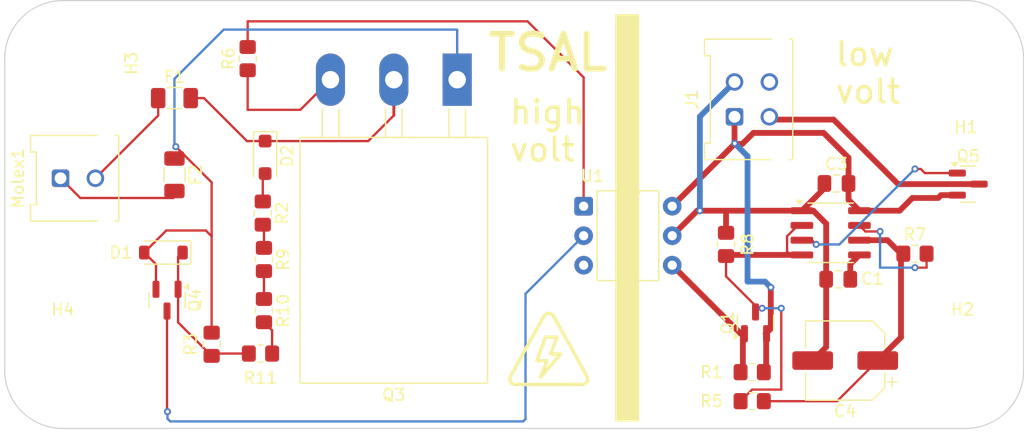
<source format=kicad_pcb>
(kicad_pcb (version 20241229) (generator "pcbnew") (generator_version "9.0")
  (layers (0 "F.Cu" signal) (2 "B.Cu" signal) (13 "F.Paste" user) (15 "B.Paste" user) (5 "F.SilkS" user "F.Silkscreen") (7 "B.SilkS" user "B.Silkscreen") (1 "F.Mask" user) (3 "B.Mask" user) (25 "Edge.Cuts" user))
  (net 0 "")
  (net 1 "Net-(D1-K)")
  (net 2 "/HV-")
  (net 3 "GLV+")
  (net 4 "Net-(Q1-D)")
  (net 5 "Net-(Q1-G)")
  (net 6 "Net-(Q3-S)")
  (net 7 "Net-(Q4-D)")
  (net 8 "Net-(R6-Pad2)")
  (net 10 "Net-(D2-A)")
  (net 11 "/HV+")
  (net 12 "Net-(U2-CV)")
  (net 13 "Light+")
  (net 14 "GND")
  (net 15 "Net-(Q5-G)")
  (net 16 "Net-(U2-THR)")
  (net 18 "Net-(R10-Pad2)")
  (net 19 "Net-(R10-Pad1)")
  (net 20 "Net-(R2-Pad2)")
  (net 21 "Net-(D2-K)")
  (net 22 "Net-(Molex1-Pin_1)")
  (net 23 "Net-(U2-DIS)")
  (footprint "MountingHole:MountingHole_4.3mm_M4" (layer "F.Cu") (at 114.2 85.1)
    (property "Reference" "H3" (at 5.9 0.3 90) (layer "F.SilkS"))
    (property "Value" "MountingHole")
    (pad "" np_thru_hole circle (at 0 0) (size 4.3 4.3) (drill 4.3) (layers "*.Cu" "*.Mask"))
  )
  (footprint "Resistor_SMD:R_0805_2012Metric_Pad1.20x1.40mm_HandSolder" (layer "F.Cu") (at 131.5 102.3 -90)
    (property "Reference" "R9" (at 0 -1.65 90) (layer "F.SilkS"))
    (property "Value" "240k")
    (fp_line (start -0.227064 0.735) (end 0.227064 0.735) (stroke (width 0.12)) (layer "F.SilkS"))
    (fp_line (start -0.227064 -0.735) (end 0.227064 -0.735) (stroke (width 0.12)) (layer "F.SilkS"))
    (pad "1" smd roundrect (at -1 0 270) (size 1.2 1.4) (layers "F.Cu" "F.Mask" "F.Paste") (roundrect_rratio 0.208333) (net 20 "Net-(R2-Pad2)"))
    (pad "2" smd roundrect (at 1 0 270) (size 1.2 1.4) (layers "F.Cu" "F.Mask" "F.Paste") (roundrect_rratio 0.208333) (net 19 "Net-(R10-Pad1)"))
  )
  (footprint "Resistor_SMD:R_0805_2012Metric_Pad1.20x1.40mm_HandSolder" (layer "F.Cu") (at 127 109.6 90)
    (property "Reference" "R3" (at 0 -1.8 90) (layer "F.SilkS"))
    (property "Value" "2M")
    (fp_line (start -0.227064 -0.735) (end 0.227064 -0.735) (stroke (width 0.12)) (layer "F.SilkS"))
    (fp_line (start -0.227064 0.735) (end 0.227064 0.735) (stroke (width 0.12)) (layer "F.SilkS"))
    (pad "1" smd roundrect (at -1 0 90) (size 1.2 1.4) (layers "F.Cu" "F.Mask" "F.Paste") (roundrect_rratio 0.208333) (net 1 "Net-(D1-K)"))
    (pad "2" smd roundrect (at 1 0 90) (size 1.2 1.4) (layers "F.Cu" "F.Mask" "F.Paste") (roundrect_rratio 0.208333) (net 2 "/HV-"))
  )
  (footprint "Capacitor_SMD:CP_Elec_6.3x5.4" (layer "F.Cu") (at 181.5 111 180)
    (property "Reference" "C4" (at 0 -4.35 0) (layer "F.SilkS"))
    (property "Value" "100uF")
    (fp_line (start 3.41 3.41) (end 3.41 1.06) (stroke (width 0.12)) (layer "F.SilkS"))
    (fp_line (start 3.41 -3.41) (end 3.41 -1.06) (stroke (width 0.12)) (layer "F.SilkS"))
    (fp_line (start -2.345563 3.41) (end 3.41 3.41) (stroke (width 0.12)) (layer "F.SilkS"))
    (fp_line (start -2.345563 -3.41) (end 3.41 -3.41) (stroke (width 0.12)) (layer "F.SilkS"))
    (fp_line (start -3.41 2.345563) (end -2.345563 3.41) (stroke (width 0.12)) (layer "F.SilkS"))
    (fp_line (start -3.41 2.345563) (end -3.41 1.06) (stroke (width 0.12)) (layer "F.SilkS"))
    (fp_line (start -3.41 -2.345563) (end -2.345563 -3.41) (stroke (width 0.12)) (layer "F.SilkS"))
    (fp_line (start -3.41 -2.345563) (end -3.41 -1.06) (stroke (width 0.12)) (layer "F.SilkS"))
    (fp_line (start -4.04375 -2.24125) (end -4.04375 -1.45375) (stroke (width 0.12)) (layer "F.SilkS"))
    (fp_line (start -4.4375 -1.8475) (end -3.65 -1.8475) (stroke (width 0.12)) (layer "F.SilkS"))
    (pad "1" smd roundrect (at -2.8 0 180) (size 3.5 1.6) (layers "F.Cu" "F.Mask" "F.Paste") (roundrect_rratio 0.15625) (net 16 "Net-(U2-THR)"))
    (pad "2" smd roundrect (at 2.8 0 180) (size 3.5 1.6) (layers "F.Cu" "F.Mask" "F.Paste") (roundrect_rratio 0.15625) (net 14 "GND"))
  )
  (footprint "Connector_Molex:Molex_Micro-Fit_3.0_43045-0212_2x01_P3.00mm_Vertical" (layer "F.Cu") (at 114 95.3 90)
    (property "Reference" "Molex1" (at 0 -3.67 90) (layer "F.SilkS"))
    (property "Value" "043045-0212")
    (fp_line (start 3.685 -2.58) (end 3.685 3.17) (stroke (width 0.12)) (layer "F.SilkS"))
    (fp_line (start 2.265 -2.58) (end 3.685 -2.58) (stroke (width 0.12)) (layer "F.SilkS"))
    (fp_line (start -2.265 -2.58) (end -2.265 -2.08) (stroke (width 0.12)) (layer "F.SilkS"))
    (fp_line (start -3.685 -2.58) (end -2.265 -2.58) (stroke (width 0.12)) (layer "F.SilkS"))
    (fp_line (start 2.265 -2.08) (end 2.265 -2.58) (stroke (width 0.12)) (layer "F.SilkS"))
    (fp_line (start -2.265 -2.08) (end 2.265 -2.08) (stroke (width 0.12)) (layer "F.SilkS"))
    (fp_line (start -3.685 3.17) (end -3.685 -2.58) (stroke (width 0.12)) (layer "F.SilkS"))
    (fp_line (start -3.685 4.71) (end -3.685 5.01) (stroke (width 0.12)) (layer "F.SilkS"))
    (fp_line (start 3.685 5.01) (end 3.685 4.71) (stroke (width 0.12)) (layer "F.SilkS"))
    (fp_line (start -3.685 5.01) (end 3.685 5.01) (stroke (width 0.12)) (layer "F.SilkS"))
    (pad "" np_thru_hole circle (at -3 3.94 90) (size 1.02 1.02) (drill 1.02) (layers "*.Cu" "*.Mask"))
    (pad "" np_thru_hole circle (at 3 3.94 90) (size 1.02 1.02) (drill 1.02) (layers "*.Cu" "*.Mask"))
    (pad "1" thru_hole roundrect (at 0 0 90) (size 1.5 1.5) (drill 1.02) (layers "*.Cu" "*.Mask") (roundrect_rratio 0.166667) (net 22 "Net-(Molex1-Pin_1)"))
    (pad "2" thru_hole circle (at 0 3 90) (size 1.5 1.5) (drill 1.02) (layers "*.Cu" "*.Mask") (net 11 "/HV+"))
  )
  (footprint "Fuse:Fuse_1206_3216Metric" (layer "F.Cu") (at 123.8 95 -90)
    (property "Reference" "F2" (at 0 -1.83 270) (layer "F.SilkS"))
    (property "Value" "750mA")
    (fp_line (start -0.602064 0.91) (end 0.602064 0.91) (stroke (width 0.12)) (layer "F.SilkS"))
    (fp_line (start -0.602064 -0.91) (end 0.602064 -0.91) (stroke (width 0.12)) (layer "F.SilkS"))
    (pad "1" smd roundrect (at -1.4 0 270) (size 1.25 1.75) (layers "F.Cu" "F.Mask" "F.Paste") (roundrect_rratio 0.2) (net 2 "/HV-"))
    (pad "2" smd roundrect (at 1.4 0 270) (size 1.25 1.75) (layers "F.Cu" "F.Mask" "F.Paste") (roundrect_rratio 0.2) (net 22 "Net-(Molex1-Pin_1)"))
  )
  (footprint "Capacitor_SMD:C_0805_2012Metric_Pad1.18x1.45mm_HandSolder" (layer "F.Cu") (at 180.75 95.75)
    (property "Reference" "C3" (at 0 -1.68 0) (layer "F.SilkS"))
    (property "Value" "1uF")
    (fp_line (start -0.261252 -0.735) (end 0.261252 -0.735) (stroke (width 0.12)) (layer "F.SilkS"))
    (fp_line (start -0.261252 0.735) (end 0.261252 0.735) (stroke (width 0.12)) (layer "F.SilkS"))
    (pad "1" smd roundrect (at -1.0375 0) (size 1.175 1.45) (layers "F.Cu" "F.Mask" "F.Paste") (roundrect_rratio 0.212766) (net 14 "GND"))
    (pad "2" smd roundrect (at 1.0375 0) (size 1.175 1.45) (layers "F.Cu" "F.Mask" "F.Paste") (roundrect_rratio 0.212766) (net 3 "GLV+"))
  )
  (footprint "Resistor_SMD:R_0805_2012Metric_Pad1.20x1.40mm_HandSolder" (layer "F.Cu") (at 173.5 112 180)
    (property "Reference" "R1" (at 3.5 0 0) (layer "F.SilkS"))
    (property "Value" "2k")
    (fp_line (start -0.227064 0.735) (end 0.227064 0.735) (stroke (width 0.12)) (layer "F.SilkS"))
    (fp_line (start -0.227064 -0.735) (end 0.227064 -0.735) (stroke (width 0.12)) (layer "F.SilkS"))
    (pad "1" smd roundrect (at -1 0 180) (size 1.2 1.4) (layers "F.Cu" "F.Mask" "F.Paste") (roundrect_rratio 0.208333) (net 3 "GLV+"))
    (pad "2" smd roundrect (at 1 0 180) (size 1.2 1.4) (layers "F.Cu" "F.Mask" "F.Paste") (roundrect_rratio 0.208333) (net 5 "Net-(Q1-G)"))
  )
  (footprint "Resistor_SMD:R_0805_2012Metric_Pad1.20x1.40mm_HandSolder" (layer "F.Cu") (at 131.4 98.3 -90)
    (property "Reference" "R2" (at 0 -1.65 90) (layer "F.SilkS"))
    (property "Value" "240k")
    (fp_line (start -0.227064 0.735) (end 0.227064 0.735) (stroke (width 0.12)) (layer "F.SilkS"))
    (fp_line (start -0.227064 -0.735) (end 0.227064 -0.735) (stroke (width 0.12)) (layer "F.SilkS"))
    (pad "1" smd roundrect (at -1 0 270) (size 1.2 1.4) (layers "F.Cu" "F.Mask" "F.Paste") (roundrect_rratio 0.208333) (net 10 "Net-(D2-A)"))
    (pad "2" smd roundrect (at 1 0 270) (size 1.2 1.4) (layers "F.Cu" "F.Mask" "F.Paste") (roundrect_rratio 0.208333) (net 20 "Net-(R2-Pad2)"))
  )
  (footprint "MountingHole:MountingHole_4.3mm_M4" (layer "F.Cu") (at 114.2 111.9)
    (property "Reference" "H4" (at 0 -5.3 0) (layer "F.SilkS"))
    (property "Value" "MountingHole")
    (pad "" np_thru_hole circle (at 0 0) (size 4.3 4.3) (drill 4.3) (layers "*.Cu" "*.Mask"))
  )
  (footprint "Capacitor_SMD:C_0805_2012Metric_Pad1.18x1.45mm_HandSolder" (layer "F.Cu") (at 180.9 104)
    (property "Reference" "C1" (at 2.95 -0.05 0) (layer "F.SilkS"))
    (property "Value" "0.1uF")
    (fp_line (start -0.261252 -0.735) (end 0.261252 -0.735) (stroke (width 0.12)) (layer "F.SilkS"))
    (fp_line (start -0.261252 0.735) (end 0.261252 0.735) (stroke (width 0.12)) (layer "F.SilkS"))
    (pad "1" smd roundrect (at -1.0375 0) (size 1.175 1.45) (layers "F.Cu" "F.Mask" "F.Paste") (roundrect_rratio 0.212766) (net 14 "GND"))
    (pad "2" smd roundrect (at 1.0375 0) (size 1.175 1.45) (layers "F.Cu" "F.Mask" "F.Paste") (roundrect_rratio 0.212766) (net 12 "Net-(U2-CV)"))
  )
  (footprint "Diode_SMD:D_SOD-123" (layer "F.Cu") (at 122.85 101.7 180)
    (property "Reference" "D1" (at 3.65 0 0) (layer "F.SilkS"))
    (property "Value" "BZT52C12")
    (fp_line (start -2.36 1) (end 1.65 1) (stroke (width 0.12)) (layer "F.SilkS"))
    (fp_line (start -2.36 -1) (end 1.65 -1) (stroke (width 0.12)) (layer "F.SilkS"))
    (fp_line (start -2.36 -1) (end -2.36 1) (stroke (width 0.12)) (layer "F.SilkS"))
    (pad "1" smd roundrect (at -1.65 0 180) (size 0.9 1.2) (layers "F.Cu" "F.Mask" "F.Paste") (net 1 "Net-(D1-K)"))
    (pad "2" smd roundrect (at 1.65 0 180) (size 0.9 1.2) (layers "F.Cu" "F.Mask" "F.Paste") (net 2 "/HV-"))
  )
  (footprint "Resistor_SMD:R_0805_2012Metric_Pad1.20x1.40mm_HandSolder" (layer "F.Cu") (at 131.2 110.4 180)
    (property "Reference" "R11" (at 0 -2.1 0) (layer "F.SilkS"))
    (property "Value" "240k")
    (fp_line (start -0.227064 0.735) (end 0.227064 0.735) (stroke (width 0.12)) (layer "F.SilkS"))
    (fp_line (start -0.227064 -0.735) (end 0.227064 -0.735) (stroke (width 0.12)) (layer "F.SilkS"))
    (pad "1" smd roundrect (at -1 0 180) (size 1.2 1.4) (layers "F.Cu" "F.Mask" "F.Paste") (roundrect_rratio 0.208333) (net 18 "Net-(R10-Pad2)"))
    (pad "2" smd roundrect (at 1 0 180) (size 1.2 1.4) (layers "F.Cu" "F.Mask" "F.Paste") (roundrect_rratio 0.208333) (net 1 "Net-(D1-K)"))
  )
  (footprint "Package_TO_SOT_SMD:SOT-23" (layer "F.Cu") (at 173.785001 107.7523 90)
    (property "Reference" "Q1" (at 0 -2.4 90) (layer "F.SilkS"))
    (property "Value" "DMP2035U-7")
    (fp_line (start 0 -1.56) (end 0.65 -1.56) (stroke (width 0.12)) (layer "F.SilkS"))
    (fp_line (start 0 -1.56) (end -0.65 -1.56) (stroke (width 0.12)) (layer "F.SilkS"))
    (fp_line (start 0 1.56) (end 0.65 1.56) (stroke (width 0.12)) (layer "F.SilkS"))
    (fp_line (start 0 1.56) (end -0.65 1.56) (stroke (width 0.12)) (layer "F.SilkS"))
    (fp_poly (pts (xy -1.1625 -1.51) (xy -1.4025 -1.84) (xy -0.9225 -1.84)) (stroke (width 0.12)) (fill yes) (layer "F.SilkS"))
    (pad "1" smd roundrect (at -0.9375 -0.95 90) (size 1.475 0.6) (layers "F.Cu" "F.Mask" "F.Paste") (net 5 "Net-(Q1-G)"))
    (pad "2" smd roundrect (at -0.9375 0.95 90) (size 1.475 0.6) (layers "F.Cu" "F.Mask" "F.Paste") (net 3 "GLV+"))
    (pad "3" smd roundrect (at 0.9375 0 90) (size 1.475 0.6) (layers "F.Cu" "F.Mask" "F.Paste") (net 4 "Net-(Q1-D)"))
  )
  (footprint "LOGO" (layer "F.Cu") (at 156 110)
    (property "Reference" "G***" (hide yes))
    (property "Value" "LOGO" (hide yes))
    (fp_poly (pts (xy 0.221786 -1.162324) (xy 0.361921 -1.162169) (xy 0.477264 -1.161801) (xy 0.57038 -1.161116) (xy 0.643831 -1.160011) (xy 0.700182 -1.158383) (xy 0.741998 -1.156128) (xy 0.77184 -1.153143) (xy 0.792275 -1.149325) (xy 0.805865 -1.14457) (xy 0.815175 -1.138774) (xy 0.815658 -1.138387) (xy 0.855584 -1.0918) (xy 0.874507 -1.037338) (xy 0.875391 -1.023182) (xy 0.870423 -1.004497) (xy 0.856172 -0.96302) (xy 0.833617 -0.901319) (xy 0.803734 -0.821963) (xy 0.767503 -0.727517) (xy 0.725901 -0.62055) (xy 0.679906 -0.503629) (xy 0.630496 -0.379322) (xy 0.622348 -0.358941) (xy 0.572672 -0.234664) (xy 0.526224 -0.118232) (xy 0.483973 -0.012083) (xy 0.446885 0.081341) (xy 0.415925 0.159603) (xy 0.392062 0.220261) (xy 0.376262 0.260876) (xy 0.369491 0.279007) (xy 0.369305 0.279712) (xy 0.382386 0.28153) (xy 0.419235 0.28345) (xy 0.476269 0.285369) (xy 0.549903 0.287183) (xy 0.636549 0.288789) (xy 0.726076 0.290009) (xy 1.082846 0.294077) (xy 1.122737 0.338746) (xy 1.154242 0.391741) (xy 1.162827 0.449942) (xy 1.147804 0.505736) (xy 1.139101 0.520139) (xy 1.123025 0.540815) (xy 1.090963 0.579875) (xy 1.0444 0.635596) (xy 0.98482 0.706255) (xy 0.913708 0.790129) (xy 0.832548 0.885493) (xy 0.742824 0.990624) (xy 0.64602 1.103799) (xy 0.543621 1.223294) (xy 0.437112 1.347386) (xy 0.327975 1.474351) (xy 0.217697 1.602465) (xy 0.107761 1.730006) (xy -0.000349 1.855248) (xy -0.105147 1.97647) (xy -0.205151 2.091947) (xy -0.298875 2.199957) (xy -0.384835 2.298774) (xy -0.461547 2.386677) (xy -0.527527 2.46194) (xy -0.58129 2.522842) (xy -0.621351 2.567658) (xy -0.646227 2.594664) (xy -0.653975 2.602163) (xy -0.710243 2.624997) (xy -0.7656 2.620691) (xy -0.818436 2.589453) (xy -0.828885 2.579666) (xy -0.863211 2.536459) (xy -0.875271 2.495612) (xy -0.87539 2.490825) (xy -0.870402 2.46993) (xy -0.8561 2.426349) (xy -0.83348 2.362733) (xy -0.803537 2.281738) (xy -0.767264 2.186015) (xy -0.725657 2.078217) (xy -0.679711 1.960998) (xy -0.630421 1.83701) (xy -0.627412 1.829495) (xy -0.577938 1.705855) (xy -0.531483 1.589475) (xy -0.489059 1.482915) (xy -0.451682 1.388736) (xy -0.420364 1.309497) (xy -0.396121 1.24776) (xy -0.379966 1.206085) (xy -0.372913 1.187031) (xy -0.372774 1.186565) (xy -0.372308 1.179328) (xy -0.377424 1.173712) (xy -0.391118 1.169513) (xy -0.416389 1.166528) (xy -0.456233 1.164551) (xy -0.513647 1.163379) (xy -0.591629 1.162808) (xy -0.693175 1.162634) (xy -0.724389 1.162628) (xy -1.082664 1.162628) (xy -1.122646 1.122646) (xy -1.152066 1.084189) (xy -1.162322 1.041274) (xy -1.162628 1.029456) (xy -1.157846 1.004736) (xy -1.14357 0.954707) (xy -1.119903 0.879677) (xy -1.112837 0.858293) (xy -0.804044 0.858293) (xy -0.800277 0.863665) (xy -0.783205 0.86786) (xy -0.75036 0.870998) (xy -0.699278 0.873198) (xy -0.627492 0.87458) (xy -0.532537 0.875264) (xy -0.451469 0.875391) (xy -0.09301 0.875391) (xy -0.046505 0.921896) (xy -0.01225 0.964961) (xy -0.000137 1.005704) (xy 0 1.010878) (xy -0.004982 1.034952) (xy -0.018995 1.080364) (xy -0.040641 1.143162) (xy -0.068519 1.219394) (xy -0.101232 1.305109) (xy -0.129876 1.377687) (xy -0.164509 1.46551) (xy -0.193501 1.541685) (xy -0.21587 1.603418) (xy -0.230635 1.647914) (xy -0.236813 1.672379) (xy -0.234355 1.675107) (xy -0.220686 1.659674) (xy -0.191036 1.625529) (xy -0.147197 1.574757) (xy -0.09096 1.509441) (xy -0.024117 1.431665) (xy 0.051539 1.343514) (xy 0.134217 1.247071) (xy 0.222123 1.144419) (xy 0.244584 1.118175) (xy 0.698126 0.588153) (xy 0.409935 0.588153) (xy 0.307652 0.58776) (xy 0.229145 0.586433) (xy 0.170846 0.583949) (xy 0.129183 0.580086) (xy 0.100587 0.57462) (xy 0.082219 0.567714) (xy 0.032316 0.52934) (xy 0.004679 0.479231) (xy 0 0.445576) (xy 0.004973 0.42509) (xy 0.019238 0.381862) (xy 0.041816 0.3185) (xy 0.071727 0.237617) (xy 0.107992 0.141823) (xy 0.149631 0.033729) (xy 0.195664 -0.084054) (xy 0.245112 -0.208916) (xy 0.253043 -0.228796) (xy 0.302681 -0.353219) (xy 0.349097 -0.469807) (xy 0.391324 -0.576118) (xy 0.428399 -0.669714) (xy 0.459357 -0.748156) (xy 0.483234 -0.809003) (xy 0.499066 -0.849815) (xy 0.505887 -0.868153) (xy 0.506085 -0.868907) (xy 0.493014 -0.870668) (xy 0.456225 -0.872247) (xy 0.399357 -0.873577) (xy 0.326048 -0.874588) (xy 0.239937 -0.875213) (xy 0.159597 -0.87539) (xy -0.18689 -0.87539) (xy -0.492525 -0.017097) (xy -0.544759 0.129596) (xy -0.594349 0.268882) (xy -0.640525 0.398591) (xy -0.682512 0.516554) (xy -0.71954 0.620599) (xy -0.750835 0.708556) (xy -0.775625 0.778256) (xy -0.793139 0.827529) (xy -0.802603 0.854203) (xy -0.804044 0.858293) (xy -1.112837 0.858293) (xy -1.086951 0.779954) (xy -1.044818 0.655847) (xy -0.993607 0.507663) (xy -0.933423 0.33571) (xy -0.864371 0.140296) (xy -0.806858 -0.02138) (xy -0.749975 -0.180742) (xy -0.69533 -0.333547) (xy -0.64368 -0.477696) (xy -0.595781 -0.611095) (xy -0.552389 -0.731646) (xy -0.51426 -0.837251) (xy -0.48215 -0.925815) (xy -0.456814 -0.995241) (xy -0.43901 -1.043431) (xy -0.429492 -1.068289) (xy -0.428772 -1.070001) (xy -0.419133 -1.092004) (xy -0.409564 -1.110218) (xy -0.397552 -1.124997) (xy -0.380585 -1.1367) (xy -0.356152 -1.145681) (xy -0.32174 -1.152299) (xy -0.274837 -1.156908) (xy -0.212931 -1.159866) (xy -0.133509 -1.16153) (xy -0.034061 -1.162255) (xy 0.087927 -1.162399)) (fill yes) (layer "F.SilkS"))
    (fp_poly (pts (xy 0.091361 -3.205002) (xy 0.098082 -3.204001) (xy 0.210467 -3.175667) (xy 0.317147 -3.128156) (xy 0.410502 -3.065375) (xy 0.460374 -3.018287) (xy 0.471136 -3.004415) (xy 0.487371 -2.980218) (xy 0.509513 -2.944927) (xy 0.537993 -2.897773) (xy 0.573245 -2.837986) (xy 0.6157 -2.764798) (xy 0.665792 -2.677438) (xy 0.723953 -2.575139) (xy 0.790616 -2.45713) (xy 0.866213 -2.322643) (xy 0.951177 -2.170908) (xy 1.04594 -2.001156) (xy 1.150936 -1.812618) (xy 1.266596 -1.604525) (xy 1.393354 -1.376108) (xy 1.531642 -1.126597) (xy 1.681892 -0.855223) (xy 1.844537 -0.561217) (xy 1.976468 -0.32259) (xy 2.114557 -0.07268) (xy 2.249364 0.171461) (xy 2.380273 0.408708) (xy 2.506664 0.637935) (xy 2.627922 0.858018) (xy 2.743427 1.067832) (xy 2.852564 1.266253) (xy 2.954715 1.452154) (xy 3.049262 1.624411) (xy 3.135588 1.781899) (xy 3.213075 1.923494) (xy 3.281107 2.048069) (xy 3.339065 2.154501) (xy 3.386333 2.241664) (xy 3.422292 2.308434) (xy 3.446326 2.353684) (xy 3.457817 2.376291) (xy 3.458408 2.37763) (xy 3.49094 2.490327) (xy 3.499214 2.608388) (xy 3.484391 2.727065) (xy 3.44763 2.841606) (xy 3.390092 2.947264) (xy 3.312937 3.039288) (xy 3.292123 3.058389) (xy 3.21222 3.114957) (xy 3.117229 3.161868) (xy 3.019093 3.193667) (xy 2.979146 3.201302) (xy 2.956856 3.202547) (xy 2.908768 3.203715) (xy 2.836433 3.204807) (xy 2.741405 3.205824) (xy 2.625236 3.206764) (xy 2.48948 3.20763) (xy 2.335688 3.208419) (xy 2.165414 3.209134) (xy 1.98021 3.209774) (xy 1.781629 3.210339) (xy 1.571224 3.21083) (xy 1.350547 3.211246) (xy 1.121151 3.211589) (xy 0.88459 3.211857) (xy 0.642415 3.212052) (xy 0.396179 3.212174) (xy 0.147436 3.212222) (xy -0.102263 3.212197) (xy -0.351364 3.2121) (xy -0.598314 3.211929) (xy -0.841562 3.211687) (xy -1.079553 3.211372) (xy -1.310737 3.210985) (xy -1.533559 3.210526) (xy -1.746467 3.209996) (xy -1.947908 3.209395) (xy -2.13633 3.208722) (xy -2.310179 3.207978) (xy -2.467904 3.207164) (xy -2.607951 3.206279) (xy -2.728768 3.205324) (xy -2.828801 3.204298) (xy -2.906499 3.203203) (xy -2.960308 3.202038) (xy -2.988676 3.200804) (xy -2.991465 3.200506) (xy -3.068497 3.181009) (xy -3.152727 3.146387) (xy -3.23308 3.101874) (xy -3.292122 3.058389) (xy -3.373711 2.970251) (xy -3.435955 2.867365) (xy -3.477694 2.754481) (xy -3.497767 2.636348) (xy -3.49754 2.626561) (xy -3.198409 2.626561) (xy -3.184856 2.702027) (xy -3.173633 2.732233) (xy -3.124866 2.808288) (xy -3.055548 2.866441) (xy -3.015993 2.887606) (xy -3.009043 2.890464) (xy -3.000368 2.893097) (xy -2.988875 2.895515) (xy -2.973474 2.897728) (xy -2.95307 2.899745) (xy -2.926572 2.901575) (xy -2.892886 2.903228) (xy -2.850921 2.904711) (xy -2.799584 2.906036) (xy -2.737781 2.907211) (xy -2.664422 2.908244) (xy -2.578412 2.909147) (xy -2.47866 2.909927) (xy -2.364072 2.910595) (xy -2.233557 2.911158) (xy -2.086022 2.911627) (xy -1.920374 2.912011) (xy -1.735521 2.912319) (xy -1.53037 2.912561) (xy -1.303829 2.912745) (xy -1.054804 2.912881) (xy -0.782204 2.912977) (xy -0.484936 2.913045) (xy -0.161907 2.913091) (xy -0.00431 2.913108) (xy 0.37363 2.913092) (xy 0.724555 2.912962) (xy 1.048805 2.912716) (xy 1.346721 2.912353) (xy 1.618643 2.911872) (xy 1.864913 2.911271) (xy 2.08587 2.910548) (xy 2.281855 2.909701) (xy 2.453209 2.908729) (xy 2.600271 2.907631) (xy 2.723384 2.906405) (xy 2.822886 2.905048) (xy 2.89912 2.903561) (xy 2.952425 2.90194) (xy 2.983141 2.900185) (xy 2.991167 2.898966) (xy 3.069409 2.856322) (xy 3.131599 2.795787) (xy 3.175559 2.722202) (xy 3.199111 2.640409) (xy 3.200075 2.555249) (xy 3.179818 2.479697) (xy 3.17129 2.463104) (xy 3.150133 2.423688) (xy 3.116962 2.362562) (xy 3.072388 2.280841) (xy 3.017024 2.17964) (xy 2.951483 2.060072) (xy 2.876379 1.923252) (xy 2.792324 1.770294) (xy 2.699932 1.602313) (xy 2.599814 1.420423) (xy 2.492584 1.225737) (xy 2.378854 1.019371) (xy 2.259239 0.802439) (xy 2.13435 0.576054) (xy 2.0048 0.341331) (xy 1.871203 0.099385) (xy 1.734171 -0.14867) (xy 1.720113 -0.174111) (xy 1.54566 -0.489648) (xy 1.380996 -0.787124) (xy 1.226355 -1.066122) (xy 1.081969 -1.326228) (xy 0.948072 -1.567025) (xy 0.824896 -1.788099) (xy 0.712674 -1.989033) (xy 0.611639 -2.169412) (xy 0.522024 -2.328821) (xy 0.444062 -2.466843) (xy 0.377985 -2.583064) (xy 0.324027 -2.677068) (xy 0.28242 -2.74844) (xy 0.253397 -2.796763) (xy 0.237192 -2.821623) (xy 0.234857 -2.82445) (xy 0.167929 -2.873115) (xy 0.08806 -2.90247) (xy 0.001665 -2.912512) (xy -0.084843 -2.903239) (xy -0.165049 -2.874649) (xy -0.232541 -2.82674) (xy -0.23471 -2.824597) (xy -0.246952 -2.806948) (xy -0.272071 -2.765737) (xy -0.309818 -2.701406) (xy -0.359949 -2.614396) (xy -0.422214 -2.505147) (xy -0.496367 -2.3741) (xy -0.582161 -2.221697) (xy -0.679349 -2.048379) (xy -0.787683 -1.854586) (xy -0.906916 -1.64076) (xy -1.036802 -1.407341) (xy -1.177093 -1.15477) (xy -1.327542 -0.883489) (xy -1.487902 -0.593939) (xy -1.657925 -0.286559) (xy -1.719874 -0.174478) (xy -1.857228 0.074132) (xy -1.99121 0.316748) (xy -2.121206 0.552255) (xy -2.246604 0.779539) (xy -2.366792 0.997485) (xy -2.481155 1.204979) (xy -2.589082 1.400907) (xy -2.689958 1.584154) (xy -2.783172 1.753606) (xy -2.868109 1.908148) (xy -2.944158 2.046666) (xy -3.010705 2.168046) (xy -3.067136 2.271173) (xy -3.11284 2.354933) (xy -3.147203 2.418212) (xy -3.169612 2.459894) (xy -3.179454 2.478866) (xy -3.179725 2.479477) (xy -3.196801 2.548164) (xy -3.198409 2.626561) (xy -3.49754 2.626561) (xy -3.495015 2.517716) (xy -3.468278 2.403334) (xy -3.458408 2.37763) (xy -3.448799 2.358421) (xy -3.426557 2.316405) (xy -3.392299 2.252705) (xy -3.346644 2.168448) (xy -3.290207 2.064758) (xy -3.223607 1.94276) (xy -3.147461 1.803579) (xy -3.062386 1.64834) (xy -2.969001 1.478168) (xy -2.867921 1.294188) (xy -2.759765 1.097525) (xy -2.64515 0.889303) (xy -2.524694 0.670648) (xy -2.399013 0.442685) (xy -2.268725 0.206539) (xy -2.134448 -0.036666) (xy -1.996799 -0.285804) (xy -1.976467 -0.32259) (xy -1.804129 -0.634279) (xy -1.644515 -0.922753) (xy -1.497191 -1.188781) (xy -1.361726 -1.433131) (xy -1.237685 -1.656574) (xy -1.124638 -1.859877) (xy -1.022151 -2.043811) (xy -0.929792 -2.209145) (xy -0.847128 -2.356647) (xy -0.773727 -2.487087) (xy -0.709155 -2.601235) (xy -0.652981 -2.699858) (xy -0.604772 -2.783728) (xy -0.564094 -2.853612) (xy -0.530517 -2.910279) (xy -0.503606 -2.9545) (xy -0.482929 -2.987044) (xy -0.468054 -3.008678) (xy -0.460374 -3.018287) (xy -0.373057 -3.09463) (xy -0.268865 -3.153255) (xy -0.153158 -3.192381) (xy -0.031296 -3.210224)) (fill yes) (layer "F.SilkS"))
  )
  (footprint "MountingHole:MountingHole_4.3mm_M4" (layer "F.Cu") (at 191.6 111.9)
    (property "Reference" "H2" (at 0 -5.3 0) (layer "F.SilkS"))
    (property "Value" "MountingHole")
    (pad "" np_thru_hole circle (at 0 0) (size 4.3 4.3) (drill 4.3) (layers "*.Cu" "*.Mask"))
  )
  (footprint "Resistor_SMD:R_0805_2012Metric_Pad1.20x1.40mm_HandSolder" (layer "F.Cu") (at 171.25 101 -90)
    (property "Reference" "R8" (at 0 -1.85 90) (layer "F.SilkS"))
    (property "Value" "1k")
    (fp_line (start -0.227064 0.735) (end 0.227064 0.735) (stroke (width 0.12)) (layer "F.SilkS"))
    (fp_line (start -0.227064 -0.735) (end 0.227064 -0.735) (stroke (width 0.12)) (layer "F.SilkS"))
    (pad "1" smd roundrect (at -1 0 270) (size 1.2 1.4) (layers "F.Cu" "F.Mask" "F.Paste") (roundrect_rratio 0.208333) (net 14 "GND"))
    (pad "2" smd roundrect (at 1 0 270) (size 1.2 1.4) (layers "F.Cu" "F.Mask" "F.Paste") (roundrect_rratio 0.208333) (net 4 "Net-(Q1-D)"))
  )
  (footprint "Connector_Molex:Molex_Micro-Fit_3.0_43045-0412_2x02_P3.00mm_Vertical" (layer "F.Cu") (at 171.9796 90.0096 90)
    (property "Reference" "J1" (at 1.5 -3.67 90) (layer "F.SilkS"))
    (property "Value" "043045-0412")
    (fp_line (start 6.685 -2.58) (end 6.685 3.17) (stroke (width 0.12)) (layer "F.SilkS"))
    (fp_line (start 5.265 -2.58) (end 6.685 -2.58) (stroke (width 0.12)) (layer "F.SilkS"))
    (fp_line (start -2.265 -2.58) (end -2.265 -2.08) (stroke (width 0.12)) (layer "F.SilkS"))
    (fp_line (start -3.685 -2.58) (end -2.265 -2.58) (stroke (width 0.12)) (layer "F.SilkS"))
    (fp_line (start 5.265 -2.08) (end 5.265 -2.58) (stroke (width 0.12)) (layer "F.SilkS"))
    (fp_line (start -2.265 -2.08) (end 5.265 -2.08) (stroke (width 0.12)) (layer "F.SilkS"))
    (fp_line (start -3.685 3.17) (end -3.685 -2.58) (stroke (width 0.12)) (layer "F.SilkS"))
    (fp_line (start -3.685 4.71) (end -3.685 5.01) (stroke (width 0.12)) (layer "F.SilkS"))
    (fp_line (start 6.685 5.01) (end 6.685 4.71) (stroke (width 0.12)) (layer "F.SilkS"))
    (fp_line (start -3.685 5.01) (end 6.685 5.01) (stroke (width 0.12)) (layer "F.SilkS"))
    (pad "" np_thru_hole circle (at -3 3.94 90) (size 1.02 1.02) (drill 1.02) (layers "*.Cu" "*.Mask"))
    (pad "" np_thru_hole circle (at 6 3.94 90) (size 1.02 1.02) (drill 1.02) (layers "*.Cu" "*.Mask"))
    (pad "1" thru_hole roundrect (at 0 0 90) (size 1.5 1.5) (drill 1.02) (layers "*.Cu" "*.Mask") (roundrect_rratio 0.166667) (net 3 "GLV+"))
    (pad "2" thru_hole circle (at 3 0 90) (size 1.5 1.5) (drill 1.02) (layers "*.Cu" "*.Mask") (net 14 "GND"))
    (pad "3" thru_hole circle (at 0 3 90) (size 1.5 1.5) (drill 1.02) (layers "*.Cu" "*.Mask") (net 13 "Light+"))
    (pad "4" thru_hole circle (at 3 3 90) (size 1.5 1.5) (drill 1.02) (layers "*.Cu" "*.Mask"))
  )
  (footprint "Resistor_SMD:R_0805_2012Metric_Pad1.20x1.40mm_HandSolder" (layer "F.Cu") (at 131.5 106.7 -90)
    (property "Reference" "R10" (at 0 -1.65 90) (layer "F.SilkS"))
    (property "Value" "240k")
    (fp_line (start -0.227064 0.735) (end 0.227064 0.735) (stroke (width 0.12)) (layer "F.SilkS"))
    (fp_line (start -0.227064 -0.735) (end 0.227064 -0.735) (stroke (width 0.12)) (layer "F.SilkS"))
    (pad "1" smd roundrect (at -1 0 270) (size 1.2 1.4) (layers "F.Cu" "F.Mask" "F.Paste") (roundrect_rratio 0.208333) (net 19 "Net-(R10-Pad1)"))
    (pad "2" smd roundrect (at 1 0 270) (size 1.2 1.4) (layers "F.Cu" "F.Mask" "F.Paste") (roundrect_rratio 0.208333) (net 18 "Net-(R10-Pad2)"))
  )
  (footprint "Resistor_SMD:R_0805_2012Metric_Pad1.20x1.40mm_HandSolder" (layer "F.Cu") (at 173.5 114.5)
    (property "Reference" "R5" (at -3.5 0 0) (layer "F.SilkS"))
    (property "Value" "5k")
    (fp_line (start -0.227064 -0.735) (end 0.227064 -0.735) (stroke (width 0.12)) (layer "F.SilkS"))
    (fp_line (start -0.227064 0.735) (end 0.227064 0.735) (stroke (width 0.12)) (layer "F.SilkS"))
    (pad "1" smd roundrect (at -1 0) (size 1.2 1.4) (layers "F.Cu" "F.Mask" "F.Paste") (roundrect_rratio 0.208333) (net 4 "Net-(Q1-D)"))
    (pad "2" smd roundrect (at 1 0) (size 1.2 1.4) (layers "F.Cu" "F.Mask" "F.Paste") (roundrect_rratio 0.208333) (net 16 "Net-(U2-THR)"))
  )
  (footprint "Package_DIP:DIP-6_W7.62mm" (layer "F.Cu") (at 159 97.71)
    (property "Reference" "U1" (at 0.752 -2.6058 0) (layer "F.SilkS"))
    (property "Value" "H11L1M")
    (fp_line (start 1.16 -1.33) (end 1.16 6.41) (stroke (width 0.12)) (layer "F.SilkS"))
    (fp_line (start 1.16 6.41) (end 6.46 6.41) (stroke (width 0.12)) (layer "F.SilkS"))
    (fp_line (start 2.81 -1.33) (end 1.16 -1.33) (stroke (width 0.12)) (layer "F.SilkS"))
    (fp_line (start 6.46 -1.33) (end 4.81 -1.33) (stroke (width 0.12)) (layer "F.SilkS"))
    (fp_line (start 6.46 6.41) (end 6.46 -1.33) (stroke (width 0.12)) (layer "F.SilkS"))
    (fp_arc (start 4.81 -1.33) (mid 3.81 -0.33) (end 2.81 -1.33) (stroke (width 0.12)) (layer "F.SilkS"))
    (pad "1" thru_hole roundrect (at 0 0) (size 1.6 1.6) (drill 0.8) (layers "*.Cu" "*.Mask") (roundrect_rratio 0.15625) (net 8 "Net-(R6-Pad2)"))
    (pad "2" thru_hole circle (at 0 2.54) (size 1.6 1.6) (drill 0.8) (layers "*.Cu" "*.Mask") (net 7 "Net-(Q4-D)"))
    (pad "3" thru_hole circle (at 0 5.08) (size 1.6 1.6) (drill 0.8) (layers "*.Cu" "*.Mask"))
    (pad "4" thru_hole circle (at 7.62 5.08) (size 1.6 1.6) (drill 0.8) (layers "*.Cu" "*.Mask") (net 5 "Net-(Q1-G)"))
    (pad "5" thru_hole circle (at 7.62 2.54) (size 1.6 1.6) (drill 0.8) (layers "*.Cu" "*.Mask") (net 14 "GND"))
    (pad "6" thru_hole circle (at 7.62 0) (size 1.6 1.6) (drill 0.8) (layers "*.Cu" "*.Mask") (net 3 "GLV+"))
  )
  (footprint "Diode_SMD:D_SOD-123F" (layer "F.Cu") (at 131.6 93.5 -90)
    (property "Reference" "D2" (at -0.127 -1.905 270) (layer "F.SilkS"))
    (property "Value" "BZT52C51")
    (fp_line (start -2.21 1) (end 1.65 1) (stroke (width 0.12)) (layer "F.SilkS"))
    (fp_line (start -2.21 -1) (end -2.21 1) (stroke (width 0.12)) (layer "F.SilkS"))
    (fp_line (start -2.21 -1) (end 1.65 -1) (stroke (width 0.12)) (layer "F.SilkS"))
    (pad "1" smd roundrect (at -1.4 0 270) (size 1.1 1.1) (layers "F.Cu" "F.Mask" "F.Paste") (roundrect_rratio 0.2272727273) (net 21 "Net-(D2-K)"))
    (pad "2" smd roundrect (at 1.4 0 270) (size 1.1 1.1) (layers "F.Cu" "F.Mask" "F.Paste") (roundrect_rratio 0.2272727273) (net 10 "Net-(D2-A)"))
  )
  (footprint "Fuse:Fuse_1206_3216Metric" (layer "F.Cu") (at 123.8 88.4)
    (property "Reference" "F1" (at 0 -1.83 0) (layer "F.SilkS"))
    (property "Value" "750mA")
    (fp_line (start -0.602064 -0.91) (end 0.602064 -0.91) (stroke (width 0.12)) (layer "F.SilkS"))
    (fp_line (start -0.602064 0.91) (end 0.602064 0.91) (stroke (width 0.12)) (layer "F.SilkS"))
    (pad "1" smd roundrect (at -1.4 0) (size 1.25 1.75) (layers "F.Cu" "F.Mask" "F.Paste") (roundrect_rratio 0.2) (net 11 "/HV+"))
    (pad "2" smd roundrect (at 1.4 0) (size 1.25 1.75) (layers "F.Cu" "F.Mask" "F.Paste") (roundrect_rratio 0.2) (net 21 "Net-(D2-K)"))
  )
  (footprint "Package_SO:SOIC-8_3.9x4.9mm_P1.27mm" (layer "F.Cu") (at 180.25 100)
    (property "Reference" "U2" (hide yes))
    (property "Value" "NE555D")
    (fp_line (start 0 -2.56) (end -1.95 -2.56) (stroke (width 0.12)) (layer "F.SilkS"))
    (fp_line (start 0 -2.56) (end 1.95 -2.56) (stroke (width 0.12)) (layer "F.SilkS"))
    (fp_line (start 0 2.56) (end -1.95 2.56) (stroke (width 0.12)) (layer "F.SilkS"))
    (fp_line (start 0 2.56) (end 1.95 2.56) (stroke (width 0.12)) (layer "F.SilkS"))
    (fp_poly (pts (xy -2.7 -2.465) (xy -2.94 -2.795) (xy -2.46 -2.795)) (stroke (width 0.12)) (fill yes) (layer "F.SilkS"))
    (pad "1" smd roundrect (at -2.475 -1.905) (size 1.95 0.6) (layers "F.Cu" "F.Mask" "F.Paste") (net 14 "GND"))
    (pad "2" smd roundrect (at -2.475 -0.635) (size 1.95 0.6) (layers "F.Cu" "F.Mask" "F.Paste") (net 4 "Net-(Q1-D)"))
    (pad "3" smd roundrect (at -2.475 0.635) (size 1.95 0.6) (layers "F.Cu" "F.Mask" "F.Paste") (net 15 "Net-(Q5-G)"))
    (pad "4" smd roundrect (at -2.475 1.905) (size 1.95 0.6) (layers "F.Cu" "F.Mask" "F.Paste") (net 4 "Net-(Q1-D)"))
    (pad "5" smd roundrect (at 2.475 1.905) (size 1.95 0.6) (layers "F.Cu" "F.Mask" "F.Paste") (net 12 "Net-(U2-CV)"))
    (pad "6" smd roundrect (at 2.475 0.635) (size 1.95 0.6) (layers "F.Cu" "F.Mask" "F.Paste") (net 16 "Net-(U2-THR)"))
    (pad "7" smd roundrect (at 2.475 -0.635) (size 1.95 0.6) (layers "F.Cu" "F.Mask" "F.Paste") (net 23 "Net-(U2-DIS)"))
    (pad "8" smd roundrect (at 2.475 -1.905) (size 1.95 0.6) (layers "F.Cu" "F.Mask" "F.Paste") (net 3 "GLV+"))
  )
  (footprint "Resistor_SMD:R_0805_2012Metric_Pad1.20x1.40mm_HandSolder" (layer "F.Cu") (at 187.5 101.8)
    (property "Reference" "R7" (at 0 -1.65 0) (layer "F.SilkS"))
    (property "Value" "3k")
    (fp_line (start -0.227064 -0.735) (end 0.227064 -0.735) (stroke (width 0.12)) (layer "F.SilkS"))
    (fp_line (start -0.227064 0.735) (end 0.227064 0.735) (stroke (width 0.12)) (layer "F.SilkS"))
    (pad "1" smd roundrect (at -1 0) (size 1.2 1.4) (layers "F.Cu" "F.Mask" "F.Paste") (roundrect_rratio 0.208333) (net 16 "Net-(U2-THR)"))
    (pad "2" smd roundrect (at 1 0) (size 1.2 1.4) (layers "F.Cu" "F.Mask" "F.Paste") (roundrect_rratio 0.208333) (net 23 "Net-(U2-DIS)"))
  )
  (footprint "Package_TO_SOT_THT:TO-247-3_Horizontal_TabDown" (layer "F.Cu") (at 148.1218 86.8144 180)
    (property "Reference" "Q3" (at 5.45 -27.15 0) (layer "F.SilkS"))
    (property "Value" "UJ3N065080K3S")
    (fp_line (start 13.51 -4.97) (end 13.51 -26.14) (stroke (width 0.12)) (layer "F.SilkS"))
    (fp_line (start 11.61 -4.97) (end 11.61 -2.51) (stroke (width 0.12)) (layer "F.SilkS"))
    (fp_line (start 10.19 -4.97) (end 10.19 -2.51) (stroke (width 0.12)) (layer "F.SilkS"))
    (fp_line (start 6.16 -4.97) (end 6.16 -2.51) (stroke (width 0.12)) (layer "F.SilkS"))
    (fp_line (start 4.74 -4.97) (end 4.74 -2.51) (stroke (width 0.12)) (layer "F.SilkS"))
    (fp_line (start 0.71 -4.97) (end 0.71 -2.51) (stroke (width 0.12)) (layer "F.SilkS"))
    (fp_line (start -0.71 -4.97) (end -0.71 -2.51) (stroke (width 0.12)) (layer "F.SilkS"))
    (fp_line (start -2.61 -4.97) (end 13.51 -4.97) (stroke (width 0.12)) (layer "F.SilkS"))
    (fp_line (start -2.61 -4.97) (end -2.61 -26.14) (stroke (width 0.12)) (layer "F.SilkS"))
    (fp_line (start -2.61 -26.14) (end 13.51 -26.14) (stroke (width 0.12)) (layer "F.SilkS"))
    (pad "" np_thru_hole circle (at 5.45 -19.86 180) (size 3.6 3.6) (drill 3.6) (layers "*.Cu" "*.Mask"))
    (pad "1" thru_hole rect (at 0 0 180) (size 2.5 4.5) (drill 1.5) (layers "*.Cu" "*.Mask") (net 2 "/HV-"))
    (pad "2" thru_hole oval (at 5.45 0 180) (size 2.5 4.5) (drill 1.5) (layers "*.Cu" "*.Mask") (net 21 "Net-(D2-K)"))
    (pad "3" thru_hole oval (at 10.9 0 180) (size 2.5 4.5) (drill 1.5) (layers "*.Cu" "*.Mask") (net 6 "Net-(Q3-S)"))
  )
  (footprint "Package_TO_SOT_SMD:SOT-23" (layer "F.Cu") (at 123.1625 105.8 -90)
    (property "Reference" "Q4" (at 0 -2.4 90) (layer "F.SilkS"))
    (property "Value" "DMN2056U")
    (fp_line (start 0 1.56) (end -0.65 1.56) (stroke (width 0.12)) (layer "F.SilkS"))
    (fp_line (start 0 1.56) (end 0.65 1.56) (stroke (width 0.12)) (layer "F.SilkS"))
    (fp_line (start 0 -1.56) (end -0.65 -1.56) (stroke (width 0.12)) (layer "F.SilkS"))
    (fp_line (start 0 -1.56) (end 0.65 -1.56) (stroke (width 0.12)) (layer "F.SilkS"))
    (fp_poly (pts (xy -1.1625 -1.51) (xy -1.4025 -1.84) (xy -0.9225 -1.84)) (stroke (width 0.12)) (fill yes) (layer "F.SilkS"))
    (pad "1" smd roundrect (at -0.9375 -0.95 270) (size 1.475 0.6) (layers "F.Cu" "F.Mask" "F.Paste") (net 1 "Net-(D1-K)"))
    (pad "2" smd roundrect (at -0.9375 0.95 270) (size 1.475 0.6) (layers "F.Cu" "F.Mask" "F.Paste") (net 2 "/HV-"))
    (pad "3" smd roundrect (at 0.9375 0 270) (size 1.475 0.6) (layers "F.Cu" "F.Mask" "F.Paste") (net 7 "Net-(Q4-D)"))
  )
  (footprint "Resistor_SMD:R_0805_2012Metric_Pad1.20x1.40mm_HandSolder" (layer "F.Cu") (at 130.1 85 90)
    (property "Reference" "R6" (at 0 -1.65 90) (layer "F.SilkS"))
    (property "Value" "5.6k")
    (fp_line (start -0.227064 -0.735) (end 0.227064 -0.735) (stroke (width 0.12)) (layer "F.SilkS"))
    (fp_line (start -0.227064 0.735) (end 0.227064 0.735) (stroke (width 0.12)) (layer "F.SilkS"))
    (pad "1" smd roundrect (at -1 0 90) (size 1.2 1.4) (layers "F.Cu" "F.Mask" "F.Paste") (roundrect_rratio 0.208333) (net 6 "Net-(Q3-S)"))
    (pad "2" smd roundrect (at 1 0 90) (size 1.2 1.4) (layers "F.Cu" "F.Mask" "F.Paste") (roundrect_rratio 0.208333) (net 8 "Net-(R6-Pad2)"))
  )
  (footprint "MountingHole:MountingHole_4.3mm_M4" (layer "F.Cu") (at 191.6 85.1)
    (property "Reference" "H1" (at 0.3 5.8 0) (layer "F.SilkS"))
    (property "Value" "MountingHole")
    (pad "" np_thru_hole circle (at 0 0) (size 4.3 4.3) (drill 4.3) (layers "*.Cu" "*.Mask"))
  )
  (footprint "Package_TO_SOT_SMD:SOT-23" (layer "F.Cu") (at 192.08 95.805)
    (property "Reference" "Q5" (at 0 -2.4 0) (layer "F.SilkS"))
    (property "Value" "AO3401A")
    (fp_line (start 0 -1.56) (end -0.65 -1.56) (stroke (width 0.12)) (layer "F.SilkS"))
    (fp_line (start 0 -1.56) (end 0.65 -1.56) (stroke (width 0.12)) (layer "F.SilkS"))
    (fp_line (start 0 1.56) (end -0.65 1.56) (stroke (width 0.12)) (layer "F.SilkS"))
    (fp_line (start 0 1.56) (end 0.65 1.56) (stroke (width 0.12)) (layer "F.SilkS"))
    (fp_poly (pts (xy -1.1625 -1.51) (xy -1.4025 -1.84) (xy -0.9225 -1.84)) (stroke (width 0.12)) (fill yes) (layer "F.SilkS"))
    (pad "1" smd roundrect (at -0.9375 -0.95) (size 1.475 0.6) (layers "F.Cu" "F.Mask" "F.Paste") (net 15 "Net-(Q5-G)"))
    (pad "2" smd roundrect (at -0.9375 0.95) (size 1.475 0.6) (layers "F.Cu" "F.Mask" "F.Paste") (net 3 "GLV+"))
    (pad "3" smd roundrect (at 0.9375 0) (size 1.475 0.6) (layers "F.Cu" "F.Mask" "F.Paste") (net 13 "Light+"))
  )
  (gr_rect (start 161.7975 81.25) (end 163.7025 116.175) (stroke (width 0.15)) (fill no) (layer "F.SilkS"))
  (gr_line (start 191.85 116.85) (end 114.2 116.85) (stroke (width 0.1)) (layer "Edge.Cuts"))
  (gr_arc (start 196.85 111.85) (mid 195.385534 115.385534) (end 191.85 116.85) (stroke (width 0.1)) (layer "Edge.Cuts"))
  (gr_arc (start 109.2 85) (mid 110.664466 81.464466) (end 114.2 80) (stroke (width 0.1)) (layer "Edge.Cuts"))
  (gr_line (start 109.2 111.85) (end 109.2 85) (stroke (width 0.1)) (layer "Edge.Cuts"))
  (gr_arc (start 191.85 80) (mid 195.385534 81.464466) (end 196.85 85) (stroke (width 0.1)) (layer "Edge.Cuts"))
  (gr_arc (start 114.2 116.85) (mid 110.664466 115.385534) (end 109.2 111.85) (stroke (width 0.1)) (layer "Edge.Cuts"))
  (gr_line (start 114.2 80) (end 191.85 80) (stroke (width 0.1)) (layer "Edge.Cuts"))
  (gr_line (start 196.85 85) (end 196.85 111.85) (stroke (width 0.1)) (layer "Edge.Cuts"))
  (gr_text "low \nvolt\n" (at 180.5 89 0) (layer "F.SilkS") (effects (font (size 2 2) (thickness 0.3)) (justify left bottom)))
  (gr_text "high \nvolt" (at 152.5 94 0) (layer "F.SilkS") (effects (font (size 2 2) (thickness 0.3)) (justify left bottom)))
  (gr_text "TSAL" (at 150.5 86.25 0) (layer "F.SilkS") (effects (font (size 3 3) (thickness 0.5) (bold yes)) (justify left bottom)))
  (segment (start 124.1125 104.8625) (end 124.1125 102.0875) (width 0.2) (layer "F.Cu") (net 1))
  (segment (start 124.1125 102.0875) (end 124.5 101.7) (width 0.2) (layer "F.Cu") (net 1))
  (segment (start 124.1125 104.8625) (end 124.1125 107.7125) (width 0.2) (layer "F.Cu") (net 1))
  (segment (start 124.1125 107.7125) (end 127 110.6) (width 0.2) (layer "F.Cu") (net 1))
  (segment (start 127.2 110.4) (end 127 110.6) (width 0.2) (layer "F.Cu") (net 1))
  (segment (start 130.2 110.4) (end 127.2 110.4) (width 0.2) (layer "F.Cu") (net 1))
  (segment (start 123.92 92.58) (end 127 95.66) (width 0.2) (layer "F.Cu") (net 2))
  (segment (start 121.2 101.95) (end 121.2 101.7) (width 0.2) (layer "F.Cu") (net 2))
  (segment (start 123.8 92.46) (end 123.92 92.58) (width 0.2) (layer "F.Cu") (net 2))
  (segment (start 121.2 101.7) (end 123.1 99.8) (width 0.2) (layer "F.Cu") (net 2))
  (segment (start 122.2125 102.7125) (end 121.2 101.7) (width 0.2) (layer "F.Cu") (net 2))
  (segment (start 127 95.66) (end 127 100.3) (width 0.2) (layer "F.Cu") (net 2))
  (segment (start 126.5 99.8) (end 127 100.3) (width 0.2) (layer "F.Cu") (net 2))
  (segment (start 127 100.3) (end 127 108.6) (width 0.2) (layer "F.Cu") (net 2))
  (segment (start 123.1 99.8) (end 126.5 99.8) (width 0.2) (layer "F.Cu") (net 2))
  (segment (start 122.2125 104.8625) (end 122.2125 102.7125) (width 0.2) (layer "F.Cu") (net 2))
  (via (at 123.92 92.58) (size 0.6) (drill 0.3) (layers "F.Cu" "B.Cu") (net 2))
  (segment (start 123.8 92.46) (end 123.8 86.737918) (width 0.2) (layer "B.Cu") (net 2))
  (segment (start 148.1218 82.5218) (end 148.1218 86.8144) (width 0.2) (layer "B.Cu") (net 2))
  (segment (start 123.8 86.737918) (end 128.037918 82.5) (width 0.2) (layer "B.Cu") (net 2))
  (segment (start 128.037918 82.5) (end 148.1 82.5) (width 0.2) (layer "B.Cu") (net 2))
  (segment (start 148.1 82.5) (end 148.1218 82.5218) (width 0.2) (layer "B.Cu") (net 2))
  (segment (start 182.725 98.095) (end 181.7875 97.1575) (width 0.5) (layer "F.Cu") (net 3))
  (segment (start 187.27616 97) (end 186.18116 98.095) (width 0.5) (layer "F.Cu") (net 3))
  (segment (start 175.1 108.254799) (end 174.664999 108.6898) (width 0.5) (layer "F.Cu") (net 3))
  (segment (start 189.5 97) (end 189.745 96.755) (width 0.5) (layer "F.Cu") (net 3))
  (segment (start 175.1 104.7) (end 175.1 108.254799) (width 0.5) (layer "F.Cu") (net 3))
  (segment (start 174.7 111.6) (end 174.7 108.724801) (width 0.5) (layer "F.Cu") (net 3))
  (segment (start 172 92.3) (end 171.9796 92.3204) (width 0.5) (layer "F.Cu") (net 3))
  (segment (start 181.7875 97.1575) (end 181.7875 95.75) (width 0.5) (layer "F.Cu") (net 3))
  (segment (start 179.644878 91.394878) (end 181.7875 93.5375) (width 0.5) (layer "F.Cu") (net 3))
  (segment (start 189.745 96.755) (end 191.1425 96.755) (width 0.5) (layer "F.Cu") (net 3))
  (segment (start 174.7 108.724801) (end 174.664999 108.6898) (width 0.5) (layer "F.Cu") (net 3))
  (segment (start 189.5 97) (end 187.27616 97) (width 0.5) (layer "F.Cu") (net 3))
  (segment (start 171.9796 92.3504) (end 172.6496 92.3504) (width 0.5) (layer "F.Cu") (net 3))
  (segment (start 171.9796 92.2796) (end 172 92.3) (width 0.5) (layer "F.Cu") (net 3))
  (segment (start 171.9796 90.0096) (end 171.9796 92.2796) (width 0.5) (layer "F.Cu") (net 3))
  (segment (start 173.605122 91.394878) (end 179.644878 91.394878) (width 0.5) (layer "F.Cu") (net 3))
  (segment (start 171.9796 92.3504) (end 166.62 97.71) (width 0.5) (layer "F.Cu") (net 3))
  (segment (start 172.6496 92.3504) (end 173.605122 91.394878) (width 0.5) (layer "F.Cu") (net 3))
  (segment (start 171.9796 92.3204) (end 171.9796 92.3504) (width 0.5) (layer "F.Cu") (net 3))
  (segment (start 181.7875 93.5375) (end 181.7875 95.75) (width 0.5) (layer "F.Cu") (net 3))
  (segment (start 186.18116 98.095) (end 182.725 98.095) (width 0.5) (layer "F.Cu") (net 3))
  (via (at 175.1 104.7) (size 0.6) (drill 0.3) (layers "F.Cu" "B.Cu") (net 3))
  (via (at 172 92.3) (size 0.6) (drill 0.3) (layers "F.Cu" "B.Cu") (net 3))
  (segment (start 174.3 104.2) (end 174.6 104.2) (width 0.5) (layer "B.Cu") (net 3))
  (segment (start 172 92.3) (end 173.1 93.4) (width 0.5) (layer "B.Cu") (net 3))
  (segment (start 173.1 93.4) (end 173.1 104.2) (width 0.5) (layer "B.Cu") (net 3))
  (segment (start 173.1 104.2) (end 174.3 104.2) (width 0.5) (layer "B.Cu") (net 3))
  (segment (start 174.6 104.2) (end 175.1 104.7) (width 0.5) (layer "B.Cu") (net 3))
  (segment (start 176.499 100.294032) (end 176.499 101.603999) (width 0.2) (layer "F.Cu") (net 4))
  (segment (start 177.775 101.905) (end 173.75 101.905) (width 0.5) (layer "F.Cu") (net 4))
  (segment (start 176.499 101.603999) (end 176.800001 101.905) (width 0.2) (layer "F.Cu") (net 4))
  (segment (start 174.099801 106.5) (end 173.785001 106.8148) (width 0.2) (layer "F.Cu") (net 4))
  (segment (start 174.35 106.5) (end 174.099801 106.5) (width 0.2) (layer "F.Cu") (net 4))
  (segment (start 176 113.5) (end 176 106.5) (width 0.2) (layer "F.Cu") (net 4))
  (segment (start 173.5 113.5) (end 176 113.5) (width 0.2) (layer "F.Cu") (net 4))
  (segment (start 173.785001 106.8148) (end 173.785001 106.285001) (width 0.2) (layer "F.Cu") (net 4))
  (segment (start 172.5 114.5) (end 173.5 113.5) (width 0.2) (layer "F.Cu") (net 4))
  (segment (start 176.800001 101.905) (end 177.775 101.905) (width 0.2) (layer "F.Cu") (net 4))
  (segment (start 171.345 101.905) (end 171.25 102) (width 0.5) (layer "F.Cu") (net 4))
  (segment (start 173.785001 106.285001) (end 171.25 103.75) (width 0.2) (layer "F.Cu") (net 4))
  (segment (start 171.25 103.75) (end 171.25 102) (width 0.2) (layer "F.Cu") (net 4))
  (segment (start 177.775 99.365) (end 177.428032 99.365) (width 0.2) (layer "F.Cu") (net 4))
  (segment (start 177.8 101.93) (end 177.775 101.905) (width 0.5) (layer "F.Cu") (net 4))
  (segment (start 173.75 101.905) (end 171.345 101.905) (width 0.5) (layer "F.Cu") (net 4))
  (segment (start 177.428032 99.365) (end 176.499 100.294032) (width 0.2) (layer "F.Cu") (net 4))
  (via (at 174.35 106.5) (size 0.6) (drill 0.3) (layers "F.Cu" "B.Cu") (net 4))
  (via (at 176 106.5) (size 0.6) (drill 0.3) (layers "F.Cu" "B.Cu") (net 4))
  (segment (start 176 106.5) (end 174.35 106.5) (width 0.2) (layer "B.Cu") (net 4))
  (segment (start 172.7 108.824801) (end 172.835001 108.6898) (width 0.5) (layer "F.Cu") (net 5))
  (segment (start 166.62 102.79) (end 172.5198 108.6898) (width 0.5) (layer "F.Cu") (net 5))
  (segment (start 172.5198 108.6898) (end 172.835001 108.6898) (width 0.5) (layer "F.Cu") (net 5))
  (segment (start 172.7 111.6) (end 172.7 108.824801) (width 0.5) (layer "F.Cu") (net 5))
  (segment (start 130.1 89.408) (end 134.6282 89.408) (width 0.2) (layer "F.Cu") (net 6))
  (segment (start 130.1 86) (end 130.1 89.408) (width 0.2) (layer "F.Cu") (net 6))
  (segment (start 134.6282 89.408) (end 137.2218 86.8144) (width 0.2) (layer "F.Cu") (net 6))
  (segment (start 123.1625 115.3625) (end 123.2 115.4) (width 0.2) (layer "F.Cu") (net 7))
  (segment (start 123.1625 106.7375) (end 123.1625 115.3625) (width 0.2) (layer "F.Cu") (net 7))
  (via (at 123.2 115.4) (size 0.6) (drill 0.3) (layers "F.Cu" "B.Cu") (net 7))
  (segment (start 153.8 116.24) (end 154 116.04) (width 0.2) (layer "B.Cu") (net 7))
  (segment (start 123.2 115.4) (end 123.2 116) (width 0.2) (layer "B.Cu") (net 7))
  (segment (start 154 116.0272) (end 154 105.25) (width 0.2) (layer "B.Cu") (net 7))
  (segment (start 123.44 116.24) (end 153.8 116.24) (width 0.2) (layer "B.Cu") (net 7))
  (segment (start 123.2 116) (end 123.44 116.24) (width 0.2) (layer "B.Cu") (net 7))
  (segment (start 154 105.25) (end 159 100.25) (width 0.2) (layer "B.Cu") (net 7))
  (segment (start 130.1 81.788) (end 154.173 81.788) (width 0.2) (layer "F.Cu") (net 8))
  (segment (start 130.1 84) (end 130.1 81.788) (width 0.2) (layer "F.Cu") (net 8))
  (segment (start 154.173 81.788) (end 159 86.615) (width 0.2) (layer "F.Cu") (net 8))
  (segment (start 159 86.615) (end 159 97.71) (width 0.2) (layer "F.Cu") (net 8))
  (segment (start 131.4 97.3) (end 131.4 95.1) (width 0.2) (layer "F.Cu") (net 10))
  (segment (start 131.4 95.1) (end 131.6 94.9) (width 0.2) (layer "F.Cu") (net 10))
  (segment (start 117 95.3) (end 122.4 89.9) (width 0.2) (layer "F.Cu") (net 11))
  (segment (start 122.4 89.9) (end 122.4 88.4) (width 0.2) (layer "F.Cu") (net 11))
  (segment (start 181.9375 102.6925) (end 181.9375 104) (width 0.5) (layer "F.Cu") (net 12))
  (segment (start 182.725 101.905) (end 181.9375 102.6925) (width 0.5) (layer "F.Cu") (net 12))
  (segment (start 180.5 90.25) (end 186.055 95.805) (width 0.5) (layer "F.Cu") (net 13))
  (segment (start 175.22 90.25) (end 174.9796 90.0096) (width 0.5) (layer "F.Cu") (net 13))
  (segment (start 186.055 95.805) (end 193.0175 95.805) (width 0.5) (layer "F.Cu") (net 13))
  (segment (start 180.5 90.25) (end 175.22 90.25) (width 0.5) (layer "F.Cu") (net 13))
  (segment (start 179.8625 99.207501) (end 179.8625 104) (width 0.5) (layer "F.Cu") (net 14))
  (segment (start 166.62 100.25) (end 168.775 98.095) (width 0.5) (layer "F.Cu") (net 14))
  (segment (start 171.25 100) (end 171.25 98.095) (width 0.5) (layer "F.Cu") (net 14))
  (segment (start 179.7125 95.75) (end 179.7125 96.1575) (width 0.2) (layer "F.Cu") (net 14))
  (segment (start 166.76 100.21) (end 166.765 100.21) (width 1.2) (layer "F.Cu") (net 14))
  (segment (start 179.8625 104) (end 179.8625 109.8375) (width 0.5) (layer "F.Cu") (net 14))
  (segment (start 168.775 98.095) (end 169 98.095) (width 0.5) (layer "F.Cu") (net 14))
  (segment (start 177.775 98.095) (end 178.749999 98.095) (width 0.5) (layer "F.Cu") (net 14))
  (segment (start 179.8625 109.8375) (end 178.7 111) (width 0.5) (layer "F.Cu") (net 14))
  (segment (start 178.749999 98.095) (end 179.8625 99.207501) (width 0.5) (layer "F.Cu") (net 14))
  (segment (start 171.25 98.095) (end 177.775 98.095) (width 0.5) (layer "F.Cu") (net 14))
  (segment (start 169 98.095) (end 171.25 98.095) (width 0.5) (layer "F.Cu") (net 14))
  (segment (start 179.7125 96.1575) (end 177.775 98.095) (width 0.5) (layer "F.Cu") (net 14))
  (via (at 169 98.095) (size 0.6) (drill 0.3) (layers "F.Cu" "B.Cu") (net 14))
  (segment (start 169 89.9892) (end 171.9796 87.0096) (width 0.5) (layer "B.Cu") (net 14))
  (segment (start 169 98.095) (end 169 89.9892) (width 0.5) (layer "B.Cu") (net 14))
  (segment (start 187.5 94.5) (end 188 94.5) (width 0.2) (layer "F.Cu") (net 15))
  (segment (start 178.635 100.635) (end 179 101) (width 0.2) (layer "F.Cu") (net 15))
  (segment (start 188.355 94.855) (end 191.1425 94.855) (width 0.2) (layer "F.Cu") (net 15))
  (segment (start 188 94.5) (end 188.355 94.855) (width 0.2) (layer "F.Cu") (net 15))
  (segment (start 177.775 100.635) (end 178.635 100.635) (width 0.2) (layer "F.Cu") (net 15))
  (via (at 187.5 94.5) (size 0.6) (drill 0.3) (layers "F.Cu" "B.Cu") (net 15))
  (via (at 179 101) (size 0.6) (drill 0.3) (layers "F.Cu" "B.Cu") (net 15))
  (segment (start 179 101) (end 181 101) (width 0.2) (layer "B.Cu") (net 15))
  (segment (start 181 101) (end 187.5 94.5) (width 0.2) (layer "B.Cu") (net 15))
  (segment (start 186.851 102.351) (end 186.851 101.8) (width 0.2) (layer "F.Cu") (net 16))
  (segment (start 185.135 100.635) (end 186.3 101.8) (width 0.5) (layer "F.Cu") (net 16))
  (segment (start 184.3 111) (end 186.3 109) (width 0.5) (layer "F.Cu") (net 16))
  (segment (start 186.2 101.9) (end 186.2 102.1375) (width 0.5) (layer "F.Cu") (net 16))
  (segment (start 186.3 101.8) (end 186.2 101.9) (width 0.5) (layer "F.Cu") (net 16))
  (segment (start 174.5 114.5) (end 180.8 114.5) (width 0.2) (layer "F.Cu") (net 16))
  (segment (start 186.3 109) (end 186.3 101.8) (width 0.5) (layer "F.Cu") (net 16))
  (segment (start 180.8 114.5) (end 184.3 111) (width 0.2) (layer "F.Cu") (net 16))
  (segment (start 182.725 100.635) (end 185.135 100.635) (width 0.5) (layer "F.Cu") (net 16))
  (segment (start 132.2 110.4) (end 132.2 108.4) (width 0.2) (layer "F.Cu") (net 18))
  (segment (start 132.2 108.4) (end 131.5 107.7) (width 0.2) (layer "F.Cu") (net 18))
  (segment (start 131.5 105.7) (end 131.5 103.3) (width 0.2) (layer "F.Cu") (net 19))
  (segment (start 131.5 99.4) (end 131.4 99.3) (width 0.2) (layer "F.Cu") (net 20))
  (segment (start 131.5 101.3) (end 131.5 99.4) (width 0.2) (layer "F.Cu") (net 20))
  (segment (start 125.4 88.4) (end 125.5 88.5) (width 0.2) (layer "F.Cu") (net 21))
  (segment (start 140.4624 92.1) (end 142.6718 89.8906) (width 0.2) (layer "F.Cu") (net 21))
  (segment (start 125.6 88.4) (end 126.34 88.4) (width 0.2) (layer "F.Cu") (net 21))
  (segment (start 130.04 92.1) (end 131.6 92.1) (width 0.2) (layer "F.Cu") (net 21))
  (segment (start 142.6718 89.8906) (end 142.6718 86.8144) (width 0.25) (layer "F.Cu") (net 21))
  (segment (start 126.34 88.4) (end 130.04 92.1) (width 0.2) (layer "F.Cu") (net 21))
  (segment (start 131.6 92.1) (end 140.4624 92.1) (width 0.2) (layer "F.Cu") (net 21))
  (segment (start 125.5 88.5) (end 125.6 88.4) (width 0.2) (layer "F.Cu") (net 21))
  (segment (start 125.2 88.4) (end 125.4 88.4) (width 0.2) (layer "F.Cu") (net 21))
  (segment (start 123.71 96.49) (end 123.71 97) (width 0.2) (layer "F.Cu") (net 22))
  (segment (start 123.71 97) (end 115.7 97) (width 0.2) (layer "F.Cu") (net 22))
  (segment (start 123.8 96.4) (end 123.71 96.49) (width 0.2) (layer "F.Cu") (net 22))
  (segment (start 115.7 97) (end 114 95.3) (width 0.2) (layer "F.Cu") (net 22))
  (segment (start 184.5 99.885) (end 183.245 99.885) (width 0.2) (layer "F.Cu") (net 23))
  (segment (start 188.5 103) (end 188.5 101.8) (width 0.2) (layer "F.Cu") (net 23))
  (segment (start 187.5 103) (end 188.5 103) (width 0.2) (layer "F.Cu") (net 23))
  (segment (start 183.245 99.885) (end 182.725 99.365) (width 0.2) (layer "F.Cu") (net 23))
  (via (at 184.5 99.885) (size 0.6) (drill 0.3) (layers "F.Cu" "B.Cu") (net 23))
  (via (at 187.5 103) (size 0.6) (drill 0.3) (layers "F.Cu" "B.Cu") (net 23))
  (segment (start 184.5 103) (end 184.5 99.885) (width 0.2) (layer "B.Cu") (net 23))
  (segment (start 184.5 103) (end 187.5 103) (width 0.2) (layer "B.Cu") (net 23))
  (zone (net 0) (net_name "") (layer "F.SilkS") (connect_pads (clearance 0.5)) (min_thickness 0.25) (fill yes (thermal_gap 0.5) (thermal_bridge_width 0.5))
    (polygon (pts (xy 161.75 81.28) (xy 163.655 81.28) (xy 163.655 116.205) (xy 161.75 116.205)))
  )
)
</source>
